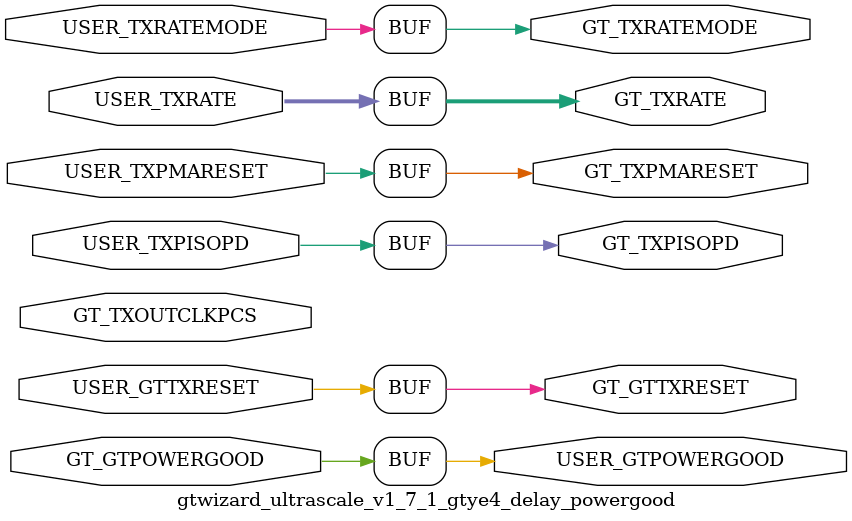
<source format=v>
module gtwizard_ultrascale_v1_7_1_gtye4_delay_powergood # (
  parameter C_USER_GTPOWERGOOD_DELAY_EN = 0,
  parameter C_PCIE_ENABLE = "FALSE"
)(
  input wire GT_TXOUTCLKPCS,
  input wire GT_GTPOWERGOOD,
  input wire [2:0] USER_TXRATE,
  input wire USER_TXRATEMODE,
  input wire USER_GTTXRESET,
  input wire USER_TXPMARESET,
  input wire USER_TXPISOPD,
  output wire USER_GTPOWERGOOD,
  output wire [2:0] GT_TXRATE,
  output wire GT_TXRATEMODE,
  output wire GT_GTTXRESET,
  output wire GT_TXPMARESET,
  output wire GT_TXPISOPD
);
generate if (C_PCIE_ENABLE || (C_USER_GTPOWERGOOD_DELAY_EN == 0))
begin : gen_powergood_nodelay
  assign GT_TXPISOPD      = USER_TXPISOPD;
  assign GT_GTTXRESET     = USER_GTTXRESET;
  assign GT_TXPMARESET    = USER_TXPMARESET;
  assign GT_TXRATE        = USER_TXRATE;
  assign GT_TXRATEMODE    = USER_TXRATEMODE;
  assign USER_GTPOWERGOOD = GT_GTPOWERGOOD;
end
else
begin: gen_powergood_delay
  (* ASYNC_REG = "TRUE", SHIFT_EXTRACT = "NO" *) reg [4:0] intclk_rrst_n_r;
  reg [3:0] wait_cnt;
  (* KEEP = "TRUE" *) reg pwr_on_fsm = 1'b0;
  wire intclk_rrst_n;
  wire gt_intclk;
  and and1(gt_intclk, GT_TXOUTCLKPCS, !pwr_on_fsm);
  //  POWER ON FSM Encoding
  localparam PWR_ON_WAIT_CNT           = 4'd0;
  localparam PWR_ON_DONE               = 4'd1;
  //  Reset Synchronizer
  always @ (posedge gt_intclk or negedge GT_GTPOWERGOOD)
  begin
      if (!GT_GTPOWERGOOD)
          intclk_rrst_n_r <= 5'd0;
      else
          intclk_rrst_n_r <= {intclk_rrst_n_r[3:0], 1'd1};
  end
  assign intclk_rrst_n = intclk_rrst_n_r[4];
  //  Wait counter
  always @ (posedge gt_intclk)
  begin
    if (!intclk_rrst_n)
    	wait_cnt <= 4'd0;
    else begin
    	if (pwr_on_fsm == PWR_ON_WAIT_CNT)
    		wait_cnt <= wait_cnt + 4'd1;
    	else
    		wait_cnt <= 4'd0;
    end
  end
  // Power On FSM
  always @ (posedge gt_intclk or negedge GT_GTPOWERGOOD)
  begin
    if (!GT_GTPOWERGOOD)
    begin
      pwr_on_fsm <= PWR_ON_WAIT_CNT;
    end
    else begin
      case (pwr_on_fsm)
        PWR_ON_WAIT_CNT :
          begin
            pwr_on_fsm <= (wait_cnt[3] == 1'b1) ? PWR_ON_DONE : PWR_ON_WAIT_CNT;
          end
        PWR_ON_DONE :
          begin
            pwr_on_fsm <= PWR_ON_DONE;
          end
        default :
        begin
          pwr_on_fsm <= PWR_ON_WAIT_CNT;
        end
      endcase
    end
  end
  assign GT_TXPISOPD      = pwr_on_fsm ? USER_TXPISOPD : 1'b1;
  assign GT_GTTXRESET     = pwr_on_fsm ? USER_GTTXRESET : !GT_GTPOWERGOOD;
  assign GT_TXPMARESET    = pwr_on_fsm ? USER_TXPMARESET : 1'b0;
  assign GT_TXRATE        = pwr_on_fsm ? USER_TXRATE : 3'b001;
  assign GT_TXRATEMODE    = pwr_on_fsm ? USER_TXRATEMODE : 1'b1;
  assign USER_GTPOWERGOOD = pwr_on_fsm;
end
endgenerate
endmodule
</source>
